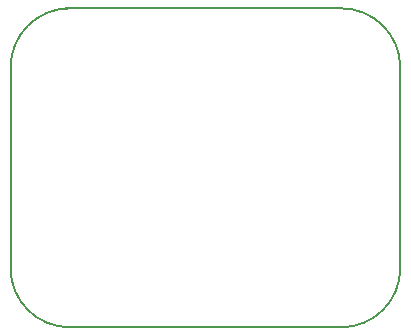
<source format=gm1>
G04*
G04 #@! TF.GenerationSoftware,Altium Limited,Altium Designer,23.10.1 (27)*
G04*
G04 Layer_Color=16711935*
%FSLAX25Y25*%
%MOIN*%
G70*
G04*
G04 #@! TF.SameCoordinates,05B082E4-6B6C-4FD1-8055-B93BD63D6B00*
G04*
G04*
G04 #@! TF.FilePolarity,Positive*
G04*
G01*
G75*
%ADD14C,0.00500*%
D14*
X0Y-86614D02*
G03*
X19685Y-106299I19685J0D01*
G01*
X110236D02*
G03*
X129921Y-86614I0J19685D01*
G01*
Y-19685D02*
G03*
X110236Y0I-19685J0D01*
G01*
X19685D02*
G03*
X0Y-19685I0J-19685D01*
G01*
X129921Y-88079D02*
Y-19421D01*
X0Y-87000D02*
Y-18000D01*
X18000Y0D02*
X110500D01*
X19299Y-106299D02*
X110236D01*
M02*

</source>
